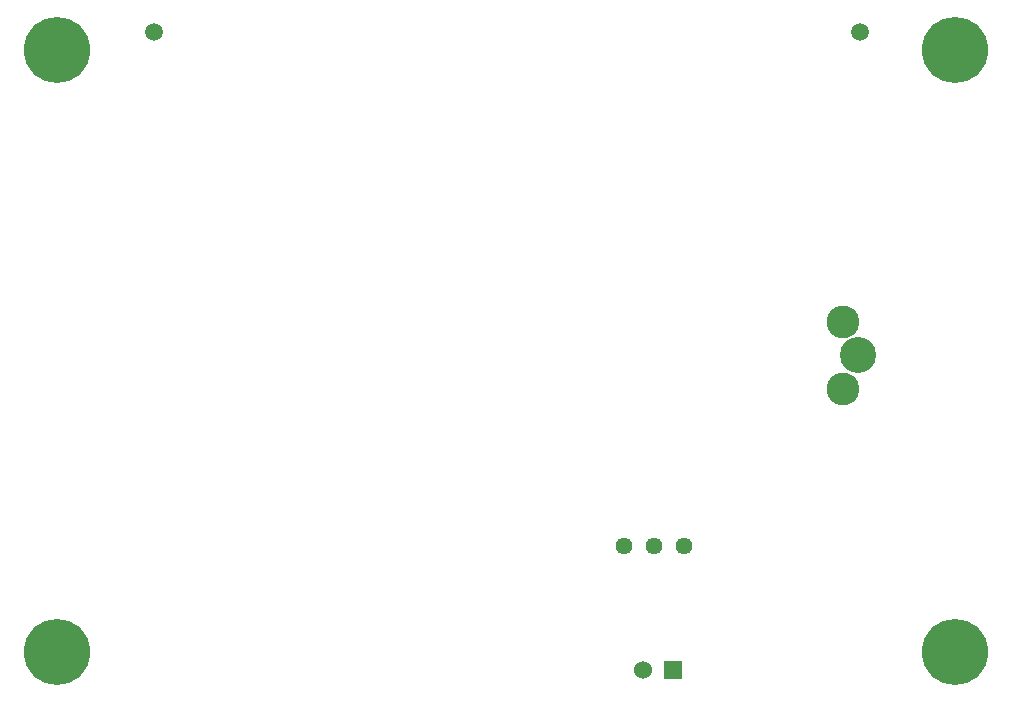
<source format=gbr>
%TF.GenerationSoftware,KiCad,Pcbnew,8.0.2*%
%TF.CreationDate,2024-07-09T10:43:52+02:00*%
%TF.ProjectId,Indicator_voltage,496e6469-6361-4746-9f72-5f766f6c7461,rev?*%
%TF.SameCoordinates,Original*%
%TF.FileFunction,Soldermask,Bot*%
%TF.FilePolarity,Negative*%
%FSLAX46Y46*%
G04 Gerber Fmt 4.6, Leading zero omitted, Abs format (unit mm)*
G04 Created by KiCad (PCBNEW 8.0.2) date 2024-07-09 10:43:52*
%MOMM*%
%LPD*%
G01*
G04 APERTURE LIST*
%ADD10C,5.600000*%
%ADD11C,3.050000*%
%ADD12C,2.775000*%
%ADD13R,1.530000X1.530000*%
%ADD14C,1.530000*%
%ADD15C,1.440000*%
%ADD16C,1.515000*%
G04 APERTURE END LIST*
D10*
%TO.C,*%
X118000000Y-103000000D03*
%TD*%
D11*
%TO.C,J1*%
X109840000Y-77850000D03*
D12*
X108500000Y-75000000D03*
X108500000Y-80700000D03*
%TD*%
D13*
%TO.C,J7*%
X94100000Y-104500000D03*
D14*
X91560000Y-104500000D03*
%TD*%
D15*
%TO.C,U1*%
X95078500Y-93976000D03*
X92538500Y-93976000D03*
X89998500Y-93976000D03*
%TD*%
D10*
%TO.C,*%
X42000000Y-52000000D03*
%TD*%
%TO.C,*%
X42000000Y-103000000D03*
%TD*%
D16*
%TO.C,F1*%
X110000000Y-50500000D03*
X50160000Y-50500000D03*
%TD*%
D10*
%TO.C,*%
X118000000Y-52000000D03*
%TD*%
M02*

</source>
